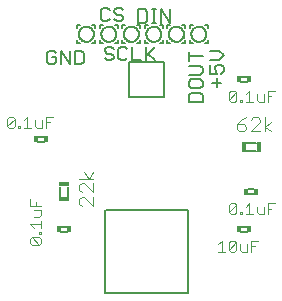
<source format=gto>
G75*
%MOIN*%
%OFA0B0*%
%FSLAX24Y24*%
%IPPOS*%
%LPD*%
%AMOC8*
5,1,8,0,0,1.08239X$1,22.5*
%
%ADD10C,0.0050*%
%ADD11C,0.0080*%
%ADD12C,0.0060*%
%ADD13R,0.0118X0.0236*%
%ADD14C,0.0030*%
%ADD15R,0.0160X0.0340*%
%ADD16C,0.0040*%
%ADD17R,0.0340X0.0160*%
%ADD18C,0.0000*%
D10*
X004302Y002052D02*
X004302Y004808D01*
X004341Y004808D02*
X007058Y004808D01*
X007058Y002052D01*
X004302Y002052D01*
X007105Y008413D02*
X007105Y008639D01*
X007180Y008714D01*
X007480Y008714D01*
X007555Y008639D01*
X007555Y008413D01*
X007105Y008413D01*
X007180Y008874D02*
X007105Y008949D01*
X007105Y009099D01*
X007180Y009174D01*
X007480Y009174D01*
X007555Y009099D01*
X007555Y008949D01*
X007480Y008874D01*
X007180Y008874D01*
X007105Y009334D02*
X007480Y009334D01*
X007555Y009409D01*
X007555Y009559D01*
X007480Y009634D01*
X007105Y009634D01*
X007105Y009795D02*
X007105Y010095D01*
X007105Y009945D02*
X007555Y009945D01*
X007805Y009826D02*
X008105Y009826D01*
X008255Y009976D01*
X008105Y010126D01*
X007805Y010126D01*
X007805Y009666D02*
X007805Y009365D01*
X008030Y009365D01*
X007955Y009516D01*
X007955Y009591D01*
X008030Y009666D01*
X008180Y009666D01*
X008255Y009591D01*
X008255Y009440D01*
X008180Y009365D01*
X008030Y009205D02*
X008030Y008905D01*
X007880Y009055D02*
X008180Y009055D01*
X006470Y011055D02*
X006470Y011505D01*
X006170Y011505D02*
X006470Y011055D01*
X006170Y011055D02*
X006170Y011505D01*
X006013Y011505D02*
X005863Y011505D01*
X005938Y011505D02*
X005938Y011055D01*
X005863Y011055D02*
X006013Y011055D01*
X005703Y011130D02*
X005703Y011430D01*
X005627Y011505D01*
X005402Y011505D01*
X005402Y011055D01*
X005627Y011055D01*
X005703Y011130D01*
X004916Y011180D02*
X004841Y011105D01*
X004690Y011105D01*
X004615Y011180D01*
X004455Y011180D02*
X004380Y011105D01*
X004230Y011105D01*
X004155Y011180D01*
X004155Y011480D01*
X004230Y011555D01*
X004380Y011555D01*
X004455Y011480D01*
X004615Y011480D02*
X004615Y011405D01*
X004690Y011330D01*
X004841Y011330D01*
X004916Y011255D01*
X004916Y011180D01*
X004916Y011480D02*
X004841Y011555D01*
X004690Y011555D01*
X004615Y011480D01*
X004514Y010255D02*
X004363Y010255D01*
X004288Y010180D01*
X004288Y010105D01*
X004363Y010030D01*
X004514Y010030D01*
X004589Y009955D01*
X004589Y009880D01*
X004514Y009805D01*
X004363Y009805D01*
X004288Y009880D01*
X004589Y010180D02*
X004514Y010255D01*
X004749Y010180D02*
X004749Y009880D01*
X004824Y009805D01*
X004974Y009805D01*
X005049Y009880D01*
X005089Y009771D02*
X006231Y009771D01*
X006271Y009771D02*
X006271Y008589D01*
X005089Y008589D01*
X005089Y009771D01*
X005209Y009805D02*
X005509Y009805D01*
X005670Y009805D02*
X005670Y010255D01*
X005745Y010030D02*
X005970Y009805D01*
X005670Y009955D02*
X005970Y010255D01*
X005209Y010255D02*
X005209Y009805D01*
X005049Y010180D02*
X004974Y010255D01*
X004824Y010255D01*
X004749Y010180D01*
X003595Y010055D02*
X003595Y009755D01*
X003520Y009680D01*
X003295Y009680D01*
X003295Y010130D01*
X003520Y010130D01*
X003595Y010055D01*
X003134Y010130D02*
X003134Y009680D01*
X002834Y010130D01*
X002834Y009680D01*
X002674Y009755D02*
X002674Y009905D01*
X002524Y009905D01*
X002674Y010055D02*
X002599Y010130D01*
X002449Y010130D01*
X002374Y010055D01*
X002374Y009755D01*
X002449Y009680D01*
X002599Y009680D01*
X002674Y009755D01*
D11*
X005089Y009771D02*
X006271Y009771D01*
X006271Y008589D02*
X005089Y008589D01*
D12*
X004980Y010380D02*
X004880Y010380D01*
X004880Y010480D01*
X004730Y010480D02*
X004730Y010380D01*
X004630Y010380D01*
X004180Y010680D02*
X004182Y010711D01*
X004188Y010742D01*
X004198Y010772D01*
X004211Y010800D01*
X004228Y010827D01*
X004248Y010851D01*
X004271Y010873D01*
X004296Y010891D01*
X004324Y010906D01*
X004353Y010918D01*
X004383Y010926D01*
X004414Y010930D01*
X004446Y010930D01*
X004477Y010926D01*
X004507Y010918D01*
X004536Y010906D01*
X004564Y010891D01*
X004589Y010873D01*
X004612Y010851D01*
X004632Y010827D01*
X004649Y010800D01*
X004662Y010772D01*
X004672Y010742D01*
X004678Y010711D01*
X004680Y010680D01*
X004678Y010649D01*
X004672Y010618D01*
X004662Y010588D01*
X004649Y010560D01*
X004632Y010533D01*
X004612Y010509D01*
X004589Y010487D01*
X004564Y010469D01*
X004536Y010454D01*
X004507Y010442D01*
X004477Y010434D01*
X004446Y010430D01*
X004414Y010430D01*
X004383Y010434D01*
X004353Y010442D01*
X004324Y010454D01*
X004296Y010469D01*
X004271Y010487D01*
X004248Y010509D01*
X004228Y010533D01*
X004211Y010560D01*
X004198Y010588D01*
X004188Y010618D01*
X004182Y010649D01*
X004180Y010680D01*
X004130Y010880D02*
X004130Y010980D01*
X004230Y010980D01*
X003980Y010980D02*
X003980Y010880D01*
X003980Y010980D02*
X003880Y010980D01*
X003430Y010680D02*
X003432Y010711D01*
X003438Y010742D01*
X003448Y010772D01*
X003461Y010800D01*
X003478Y010827D01*
X003498Y010851D01*
X003521Y010873D01*
X003546Y010891D01*
X003574Y010906D01*
X003603Y010918D01*
X003633Y010926D01*
X003664Y010930D01*
X003696Y010930D01*
X003727Y010926D01*
X003757Y010918D01*
X003786Y010906D01*
X003814Y010891D01*
X003839Y010873D01*
X003862Y010851D01*
X003882Y010827D01*
X003899Y010800D01*
X003912Y010772D01*
X003922Y010742D01*
X003928Y010711D01*
X003930Y010680D01*
X003928Y010649D01*
X003922Y010618D01*
X003912Y010588D01*
X003899Y010560D01*
X003882Y010533D01*
X003862Y010509D01*
X003839Y010487D01*
X003814Y010469D01*
X003786Y010454D01*
X003757Y010442D01*
X003727Y010434D01*
X003696Y010430D01*
X003664Y010430D01*
X003633Y010434D01*
X003603Y010442D01*
X003574Y010454D01*
X003546Y010469D01*
X003521Y010487D01*
X003498Y010509D01*
X003478Y010533D01*
X003461Y010560D01*
X003448Y010588D01*
X003438Y010618D01*
X003432Y010649D01*
X003430Y010680D01*
X003380Y010880D02*
X003380Y010980D01*
X003480Y010980D01*
X003380Y010480D02*
X003380Y010380D01*
X003480Y010380D01*
X003880Y010380D02*
X003980Y010380D01*
X003980Y010480D01*
X004130Y010480D02*
X004130Y010380D01*
X004230Y010380D01*
X004730Y010880D02*
X004730Y010980D01*
X004630Y010980D01*
X004880Y010980D02*
X004880Y010880D01*
X004880Y010980D02*
X004980Y010980D01*
X004930Y010680D02*
X004932Y010711D01*
X004938Y010742D01*
X004948Y010772D01*
X004961Y010800D01*
X004978Y010827D01*
X004998Y010851D01*
X005021Y010873D01*
X005046Y010891D01*
X005074Y010906D01*
X005103Y010918D01*
X005133Y010926D01*
X005164Y010930D01*
X005196Y010930D01*
X005227Y010926D01*
X005257Y010918D01*
X005286Y010906D01*
X005314Y010891D01*
X005339Y010873D01*
X005362Y010851D01*
X005382Y010827D01*
X005399Y010800D01*
X005412Y010772D01*
X005422Y010742D01*
X005428Y010711D01*
X005430Y010680D01*
X005428Y010649D01*
X005422Y010618D01*
X005412Y010588D01*
X005399Y010560D01*
X005382Y010533D01*
X005362Y010509D01*
X005339Y010487D01*
X005314Y010469D01*
X005286Y010454D01*
X005257Y010442D01*
X005227Y010434D01*
X005196Y010430D01*
X005164Y010430D01*
X005133Y010434D01*
X005103Y010442D01*
X005074Y010454D01*
X005046Y010469D01*
X005021Y010487D01*
X004998Y010509D01*
X004978Y010533D01*
X004961Y010560D01*
X004948Y010588D01*
X004938Y010618D01*
X004932Y010649D01*
X004930Y010680D01*
X005380Y010380D02*
X005480Y010380D01*
X005480Y010480D01*
X005630Y010480D02*
X005630Y010380D01*
X005730Y010380D01*
X005680Y010680D02*
X005682Y010711D01*
X005688Y010742D01*
X005698Y010772D01*
X005711Y010800D01*
X005728Y010827D01*
X005748Y010851D01*
X005771Y010873D01*
X005796Y010891D01*
X005824Y010906D01*
X005853Y010918D01*
X005883Y010926D01*
X005914Y010930D01*
X005946Y010930D01*
X005977Y010926D01*
X006007Y010918D01*
X006036Y010906D01*
X006064Y010891D01*
X006089Y010873D01*
X006112Y010851D01*
X006132Y010827D01*
X006149Y010800D01*
X006162Y010772D01*
X006172Y010742D01*
X006178Y010711D01*
X006180Y010680D01*
X006178Y010649D01*
X006172Y010618D01*
X006162Y010588D01*
X006149Y010560D01*
X006132Y010533D01*
X006112Y010509D01*
X006089Y010487D01*
X006064Y010469D01*
X006036Y010454D01*
X006007Y010442D01*
X005977Y010434D01*
X005946Y010430D01*
X005914Y010430D01*
X005883Y010434D01*
X005853Y010442D01*
X005824Y010454D01*
X005796Y010469D01*
X005771Y010487D01*
X005748Y010509D01*
X005728Y010533D01*
X005711Y010560D01*
X005698Y010588D01*
X005688Y010618D01*
X005682Y010649D01*
X005680Y010680D01*
X005630Y010880D02*
X005630Y010980D01*
X005730Y010980D01*
X005480Y010980D02*
X005480Y010880D01*
X005480Y010980D02*
X005380Y010980D01*
X006130Y010980D02*
X006230Y010980D01*
X006230Y010880D01*
X006380Y010880D02*
X006380Y010980D01*
X006480Y010980D01*
X006430Y010680D02*
X006432Y010711D01*
X006438Y010742D01*
X006448Y010772D01*
X006461Y010800D01*
X006478Y010827D01*
X006498Y010851D01*
X006521Y010873D01*
X006546Y010891D01*
X006574Y010906D01*
X006603Y010918D01*
X006633Y010926D01*
X006664Y010930D01*
X006696Y010930D01*
X006727Y010926D01*
X006757Y010918D01*
X006786Y010906D01*
X006814Y010891D01*
X006839Y010873D01*
X006862Y010851D01*
X006882Y010827D01*
X006899Y010800D01*
X006912Y010772D01*
X006922Y010742D01*
X006928Y010711D01*
X006930Y010680D01*
X006928Y010649D01*
X006922Y010618D01*
X006912Y010588D01*
X006899Y010560D01*
X006882Y010533D01*
X006862Y010509D01*
X006839Y010487D01*
X006814Y010469D01*
X006786Y010454D01*
X006757Y010442D01*
X006727Y010434D01*
X006696Y010430D01*
X006664Y010430D01*
X006633Y010434D01*
X006603Y010442D01*
X006574Y010454D01*
X006546Y010469D01*
X006521Y010487D01*
X006498Y010509D01*
X006478Y010533D01*
X006461Y010560D01*
X006448Y010588D01*
X006438Y010618D01*
X006432Y010649D01*
X006430Y010680D01*
X006380Y010480D02*
X006380Y010380D01*
X006480Y010380D01*
X006230Y010380D02*
X006130Y010380D01*
X006230Y010380D02*
X006230Y010480D01*
X006880Y010380D02*
X006980Y010380D01*
X006980Y010480D01*
X007130Y010480D02*
X007130Y010380D01*
X007230Y010380D01*
X007180Y010680D02*
X007182Y010711D01*
X007188Y010742D01*
X007198Y010772D01*
X007211Y010800D01*
X007228Y010827D01*
X007248Y010851D01*
X007271Y010873D01*
X007296Y010891D01*
X007324Y010906D01*
X007353Y010918D01*
X007383Y010926D01*
X007414Y010930D01*
X007446Y010930D01*
X007477Y010926D01*
X007507Y010918D01*
X007536Y010906D01*
X007564Y010891D01*
X007589Y010873D01*
X007612Y010851D01*
X007632Y010827D01*
X007649Y010800D01*
X007662Y010772D01*
X007672Y010742D01*
X007678Y010711D01*
X007680Y010680D01*
X007678Y010649D01*
X007672Y010618D01*
X007662Y010588D01*
X007649Y010560D01*
X007632Y010533D01*
X007612Y010509D01*
X007589Y010487D01*
X007564Y010469D01*
X007536Y010454D01*
X007507Y010442D01*
X007477Y010434D01*
X007446Y010430D01*
X007414Y010430D01*
X007383Y010434D01*
X007353Y010442D01*
X007324Y010454D01*
X007296Y010469D01*
X007271Y010487D01*
X007248Y010509D01*
X007228Y010533D01*
X007211Y010560D01*
X007198Y010588D01*
X007188Y010618D01*
X007182Y010649D01*
X007180Y010680D01*
X007130Y010880D02*
X007130Y010980D01*
X007230Y010980D01*
X006980Y010980D02*
X006980Y010880D01*
X006980Y010980D02*
X006880Y010980D01*
X007630Y010980D02*
X007730Y010980D01*
X007730Y010880D01*
X007730Y010480D02*
X007730Y010380D01*
X007630Y010380D01*
X008834Y009268D02*
X009026Y009268D01*
X009026Y009092D02*
X008834Y009092D01*
X009010Y007070D02*
X009350Y007070D01*
X009350Y006790D02*
X009010Y006790D01*
X009084Y005518D02*
X009276Y005518D01*
X009276Y005342D02*
X009084Y005342D01*
X009026Y004268D02*
X008834Y004268D01*
X008834Y004092D02*
X009026Y004092D01*
X003070Y005260D02*
X003070Y005600D01*
X002790Y005600D02*
X002790Y005260D01*
X002834Y004268D02*
X003026Y004268D01*
X003026Y004092D02*
X002834Y004092D01*
X002276Y007092D02*
X002084Y007092D01*
X002084Y007268D02*
X002276Y007268D01*
D13*
X002339Y007182D03*
X002019Y007182D03*
X002769Y004182D03*
X003089Y004182D03*
X008769Y004182D03*
X009089Y004182D03*
X009019Y005432D03*
X009339Y005432D03*
X009091Y009178D03*
X008771Y009178D03*
D14*
X001868Y003668D02*
X001806Y003729D01*
X001806Y003853D01*
X001868Y003914D01*
X002115Y003668D01*
X002176Y003729D01*
X002176Y003853D01*
X002115Y003914D01*
X001868Y003914D01*
X001868Y003668D02*
X002115Y003668D01*
X002115Y004036D02*
X002115Y004098D01*
X002176Y004098D01*
X002176Y004036D01*
X002115Y004036D01*
X002176Y004220D02*
X002176Y004467D01*
X002176Y004343D02*
X001806Y004343D01*
X001929Y004220D01*
X001929Y004588D02*
X002115Y004588D01*
X002176Y004650D01*
X002176Y004835D01*
X001929Y004835D01*
X001991Y004957D02*
X001991Y005080D01*
X001806Y004957D02*
X001806Y005203D01*
X001806Y004957D02*
X002176Y004957D01*
X002210Y007559D02*
X002025Y007559D01*
X001963Y007620D01*
X001963Y007806D01*
X002210Y007806D02*
X002210Y007559D01*
X002332Y007559D02*
X002332Y007929D01*
X002578Y007929D01*
X002455Y007744D02*
X002332Y007744D01*
X001842Y007559D02*
X001595Y007559D01*
X001718Y007559D02*
X001718Y007929D01*
X001595Y007806D01*
X001473Y007620D02*
X001473Y007559D01*
X001411Y007559D01*
X001411Y007620D01*
X001473Y007620D01*
X001289Y007620D02*
X001228Y007559D01*
X001104Y007559D01*
X001043Y007620D01*
X001289Y007867D01*
X001289Y007620D01*
X001043Y007620D02*
X001043Y007867D01*
X001104Y007929D01*
X001228Y007929D01*
X001289Y007867D01*
X008065Y003678D02*
X008189Y003802D01*
X008189Y003431D01*
X008312Y003431D02*
X008065Y003431D01*
X008433Y003493D02*
X008495Y003431D01*
X008619Y003431D01*
X008680Y003493D01*
X008680Y003740D01*
X008433Y003493D01*
X008433Y003740D01*
X008495Y003802D01*
X008619Y003802D01*
X008680Y003740D01*
X008802Y003678D02*
X008802Y003493D01*
X008863Y003431D01*
X009049Y003431D01*
X009049Y003678D01*
X009170Y003616D02*
X009293Y003616D01*
X009170Y003431D02*
X009170Y003802D01*
X009417Y003802D01*
X009423Y004681D02*
X009608Y004681D01*
X009608Y004928D01*
X009729Y004866D02*
X009853Y004866D01*
X009729Y004681D02*
X009729Y005052D01*
X009976Y005052D01*
X009361Y004928D02*
X009361Y004743D01*
X009423Y004681D01*
X009239Y004681D02*
X008993Y004681D01*
X008870Y004681D02*
X008808Y004681D01*
X008808Y004743D01*
X008870Y004743D01*
X008870Y004681D01*
X008687Y004743D02*
X008687Y004990D01*
X008440Y004743D01*
X008502Y004681D01*
X008625Y004681D01*
X008687Y004743D01*
X008687Y004990D02*
X008625Y005052D01*
X008502Y005052D01*
X008440Y004990D01*
X008440Y004743D01*
X008993Y004928D02*
X009116Y005052D01*
X009116Y004681D01*
X009116Y008431D02*
X009116Y008802D01*
X008993Y008678D01*
X008870Y008493D02*
X008870Y008431D01*
X008808Y008431D01*
X008808Y008493D01*
X008870Y008493D01*
X008993Y008431D02*
X009239Y008431D01*
X009361Y008493D02*
X009423Y008431D01*
X009608Y008431D01*
X009608Y008678D01*
X009729Y008616D02*
X009853Y008616D01*
X009729Y008431D02*
X009729Y008802D01*
X009976Y008802D01*
X009361Y008678D02*
X009361Y008493D01*
X008687Y008493D02*
X008625Y008431D01*
X008502Y008431D01*
X008440Y008493D01*
X008687Y008740D01*
X008687Y008493D01*
X008687Y008740D02*
X008625Y008802D01*
X008502Y008802D01*
X008440Y008740D01*
X008440Y008493D01*
D15*
X008930Y006930D03*
X009430Y006930D03*
D16*
X009467Y007450D02*
X009160Y007450D01*
X009467Y007757D01*
X009467Y007834D01*
X009391Y007910D01*
X009237Y007910D01*
X009160Y007834D01*
X009007Y007910D02*
X008853Y007834D01*
X008700Y007680D01*
X008930Y007680D01*
X009007Y007603D01*
X009007Y007527D01*
X008930Y007450D01*
X008777Y007450D01*
X008700Y007527D01*
X008700Y007680D01*
X009621Y007603D02*
X009851Y007757D01*
X009621Y007910D02*
X009621Y007450D01*
X009621Y007603D02*
X009851Y007450D01*
X003910Y006101D02*
X003757Y005871D01*
X003603Y006101D01*
X003450Y005871D02*
X003910Y005871D01*
X003910Y005717D02*
X003910Y005410D01*
X003603Y005717D01*
X003526Y005717D01*
X003450Y005641D01*
X003450Y005487D01*
X003526Y005410D01*
X003526Y005257D02*
X003450Y005180D01*
X003450Y005027D01*
X003526Y004950D01*
X003526Y005257D02*
X003603Y005257D01*
X003910Y004950D01*
X003910Y005257D01*
D17*
X002930Y005180D03*
X002930Y005680D03*
D18*
X005060Y010434D02*
X005064Y010437D01*
X005067Y010434D01*
X005067Y010444D01*
X005070Y010444D02*
X005073Y010444D01*
X005071Y010444D02*
X005071Y010434D01*
X005070Y010434D02*
X005073Y010434D01*
X005076Y010434D02*
X005076Y010444D01*
X005081Y010444D01*
X005082Y010442D01*
X005082Y010439D01*
X005081Y010437D01*
X005076Y010437D01*
X005079Y010437D02*
X005082Y010434D01*
X005085Y010434D02*
X005092Y010434D01*
X005094Y010434D02*
X005094Y010444D01*
X005099Y010444D01*
X005101Y010442D01*
X005101Y010439D01*
X005099Y010437D01*
X005094Y010437D01*
X005088Y010439D02*
X005085Y010439D01*
X005085Y010444D02*
X005085Y010434D01*
X005085Y010444D02*
X005092Y010444D01*
X005103Y010440D02*
X005107Y010444D01*
X005110Y010440D01*
X005110Y010434D01*
X005112Y010434D02*
X005117Y010434D01*
X005119Y010435D01*
X005119Y010442D01*
X005117Y010444D01*
X005112Y010444D01*
X005112Y010434D01*
X005110Y010439D02*
X005103Y010439D01*
X005103Y010440D02*
X005103Y010434D01*
X005122Y010434D02*
X005128Y010434D01*
X005125Y010434D02*
X005125Y010444D01*
X005122Y010440D01*
X005133Y010435D02*
X005133Y010434D01*
X005134Y010434D01*
X005134Y010435D01*
X005133Y010435D01*
X005134Y010434D02*
X005131Y010430D01*
X005137Y010435D02*
X005139Y010434D01*
X005142Y010434D01*
X005144Y010435D01*
X005144Y010437D01*
X005142Y010439D01*
X005137Y010439D01*
X005137Y010435D01*
X005137Y010439D02*
X005140Y010442D01*
X005144Y010444D01*
X005153Y010444D02*
X005146Y010434D01*
X005155Y010435D02*
X005162Y010442D01*
X005162Y010435D01*
X005160Y010434D01*
X005157Y010434D01*
X005155Y010435D01*
X005155Y010442D01*
X005157Y010444D01*
X005160Y010444D01*
X005162Y010442D01*
X005166Y010435D02*
X005166Y010434D01*
X005168Y010434D01*
X005168Y010435D01*
X005166Y010435D01*
X005168Y010434D02*
X005165Y010430D01*
X005171Y010435D02*
X005171Y010437D01*
X005172Y010439D01*
X005176Y010439D01*
X005177Y010437D01*
X005177Y010435D01*
X005176Y010434D01*
X005172Y010434D01*
X005171Y010435D01*
X005172Y010439D02*
X005171Y010440D01*
X005171Y010442D01*
X005172Y010444D01*
X005176Y010444D01*
X005177Y010442D01*
X005177Y010440D01*
X005176Y010439D01*
X005060Y010444D02*
X005060Y010434D01*
X004547Y010918D02*
X004545Y010916D01*
X004542Y010916D01*
X004540Y010918D01*
X004540Y010920D01*
X004542Y010921D01*
X004545Y010921D01*
X004547Y010920D01*
X004547Y010918D01*
X004545Y010921D02*
X004547Y010923D01*
X004547Y010925D01*
X004545Y010926D01*
X004542Y010926D01*
X004540Y010925D01*
X004540Y010923D01*
X004542Y010921D01*
X004538Y010918D02*
X004536Y010918D01*
X004536Y010916D01*
X004538Y010916D01*
X004538Y010918D01*
X004538Y010916D02*
X004534Y010913D01*
X004530Y010916D02*
X004527Y010916D01*
X004525Y010918D01*
X004532Y010925D01*
X004532Y010918D01*
X004530Y010916D01*
X004525Y010918D02*
X004525Y010925D01*
X004527Y010926D01*
X004530Y010926D01*
X004532Y010925D01*
X004523Y010926D02*
X004516Y010916D01*
X004513Y010918D02*
X004513Y010920D01*
X004512Y010921D01*
X004507Y010921D01*
X004507Y010918D01*
X004508Y010916D01*
X004512Y010916D01*
X004513Y010918D01*
X004507Y010921D02*
X004510Y010925D01*
X004513Y010926D01*
X004504Y010918D02*
X004502Y010918D01*
X004502Y010916D01*
X004504Y010916D01*
X004504Y010918D01*
X004504Y010916D02*
X004501Y010913D01*
X004498Y010916D02*
X004491Y010916D01*
X004489Y010918D02*
X004489Y010925D01*
X004487Y010926D01*
X004482Y010926D01*
X004482Y010916D01*
X004487Y010916D01*
X004489Y010918D01*
X004491Y010923D02*
X004495Y010926D01*
X004495Y010916D01*
X004480Y010916D02*
X004480Y010923D01*
X004476Y010926D01*
X004473Y010923D01*
X004473Y010916D01*
X004473Y010921D02*
X004480Y010921D01*
X004470Y010921D02*
X004469Y010920D01*
X004464Y010920D01*
X004464Y010916D02*
X004464Y010926D01*
X004469Y010926D01*
X004470Y010925D01*
X004470Y010921D01*
X004461Y010916D02*
X004455Y010916D01*
X004455Y010926D01*
X004461Y010926D01*
X004458Y010921D02*
X004455Y010921D01*
X004452Y010921D02*
X004450Y010920D01*
X004445Y010920D01*
X004449Y010920D02*
X004452Y010916D01*
X004452Y010921D02*
X004452Y010925D01*
X004450Y010926D01*
X004445Y010926D01*
X004445Y010916D01*
X004443Y010916D02*
X004439Y010916D01*
X004441Y010916D02*
X004441Y010926D01*
X004439Y010926D02*
X004443Y010926D01*
X004437Y010926D02*
X004437Y010916D01*
X004433Y010920D01*
X004430Y010916D01*
X004430Y010926D01*
X003797Y010925D02*
X003797Y010923D01*
X003795Y010921D01*
X003792Y010921D01*
X003790Y010923D01*
X003790Y010925D01*
X003792Y010926D01*
X003795Y010926D01*
X003797Y010925D01*
X003795Y010921D02*
X003797Y010920D01*
X003797Y010918D01*
X003795Y010916D01*
X003792Y010916D01*
X003790Y010918D01*
X003790Y010920D01*
X003792Y010921D01*
X003788Y010918D02*
X003786Y010918D01*
X003786Y010916D01*
X003788Y010916D01*
X003788Y010918D01*
X003788Y010916D02*
X003784Y010913D01*
X003780Y010916D02*
X003777Y010916D01*
X003775Y010918D01*
X003782Y010925D01*
X003782Y010918D01*
X003780Y010916D01*
X003775Y010918D02*
X003775Y010925D01*
X003777Y010926D01*
X003780Y010926D01*
X003782Y010925D01*
X003773Y010926D02*
X003766Y010916D01*
X003763Y010918D02*
X003763Y010920D01*
X003762Y010921D01*
X003757Y010921D01*
X003757Y010918D01*
X003758Y010916D01*
X003762Y010916D01*
X003763Y010918D01*
X003757Y010921D02*
X003760Y010925D01*
X003763Y010926D01*
X003754Y010918D02*
X003752Y010918D01*
X003752Y010916D01*
X003754Y010916D01*
X003754Y010918D01*
X003754Y010916D02*
X003751Y010913D01*
X003748Y010916D02*
X003741Y010916D01*
X003739Y010918D02*
X003739Y010925D01*
X003737Y010926D01*
X003732Y010926D01*
X003732Y010916D01*
X003737Y010916D01*
X003739Y010918D01*
X003741Y010923D02*
X003745Y010926D01*
X003745Y010916D01*
X003730Y010916D02*
X003730Y010923D01*
X003726Y010926D01*
X003723Y010923D01*
X003723Y010916D01*
X003723Y010921D02*
X003730Y010921D01*
X003720Y010921D02*
X003719Y010920D01*
X003714Y010920D01*
X003714Y010916D02*
X003714Y010926D01*
X003719Y010926D01*
X003720Y010925D01*
X003720Y010921D01*
X003711Y010916D02*
X003705Y010916D01*
X003705Y010926D01*
X003711Y010926D01*
X003708Y010921D02*
X003705Y010921D01*
X003702Y010921D02*
X003700Y010920D01*
X003695Y010920D01*
X003699Y010920D02*
X003702Y010916D01*
X003702Y010921D02*
X003702Y010925D01*
X003700Y010926D01*
X003695Y010926D01*
X003695Y010916D01*
X003693Y010916D02*
X003689Y010916D01*
X003691Y010916D02*
X003691Y010926D01*
X003689Y010926D02*
X003693Y010926D01*
X003687Y010926D02*
X003687Y010916D01*
X003683Y010920D01*
X003680Y010916D01*
X003680Y010926D01*
X005930Y010926D02*
X005930Y010916D01*
X005933Y010920D01*
X005937Y010916D01*
X005937Y010926D01*
X005939Y010926D02*
X005943Y010926D01*
X005941Y010926D02*
X005941Y010916D01*
X005939Y010916D02*
X005943Y010916D01*
X005945Y010916D02*
X005945Y010926D01*
X005950Y010926D01*
X005952Y010925D01*
X005952Y010921D01*
X005950Y010920D01*
X005945Y010920D01*
X005949Y010920D02*
X005952Y010916D01*
X005955Y010916D02*
X005961Y010916D01*
X005964Y010916D02*
X005964Y010926D01*
X005969Y010926D01*
X005970Y010925D01*
X005970Y010921D01*
X005969Y010920D01*
X005964Y010920D01*
X005958Y010921D02*
X005955Y010921D01*
X005955Y010926D02*
X005955Y010916D01*
X005955Y010926D02*
X005961Y010926D01*
X005973Y010923D02*
X005976Y010926D01*
X005980Y010923D01*
X005980Y010916D01*
X005982Y010916D02*
X005987Y010916D01*
X005989Y010918D01*
X005989Y010925D01*
X005987Y010926D01*
X005982Y010926D01*
X005982Y010916D01*
X005980Y010921D02*
X005973Y010921D01*
X005973Y010923D02*
X005973Y010916D01*
X005991Y010916D02*
X005998Y010916D01*
X005995Y010916D02*
X005995Y010926D01*
X005991Y010923D01*
X006002Y010918D02*
X006002Y010916D01*
X006004Y010916D01*
X006004Y010918D01*
X006002Y010918D01*
X006004Y010916D02*
X006001Y010913D01*
X006007Y010918D02*
X006008Y010916D01*
X006012Y010916D01*
X006013Y010918D01*
X006013Y010920D01*
X006012Y010921D01*
X006007Y010921D01*
X006007Y010918D01*
X006007Y010921D02*
X006010Y010925D01*
X006013Y010926D01*
X006016Y010916D02*
X006023Y010926D01*
X006025Y010925D02*
X006027Y010926D01*
X006030Y010926D01*
X006032Y010925D01*
X006025Y010918D01*
X006027Y010916D01*
X006030Y010916D01*
X006032Y010918D01*
X006032Y010925D01*
X006025Y010925D02*
X006025Y010918D01*
X006034Y010913D02*
X006038Y010916D01*
X006036Y010916D01*
X006036Y010918D01*
X006038Y010918D01*
X006038Y010916D01*
X006040Y010918D02*
X006040Y010920D01*
X006042Y010921D01*
X006045Y010921D01*
X006047Y010920D01*
X006047Y010918D01*
X006045Y010916D01*
X006042Y010916D01*
X006040Y010918D01*
X006042Y010921D02*
X006040Y010923D01*
X006040Y010925D01*
X006042Y010926D01*
X006045Y010926D01*
X006047Y010925D01*
X006047Y010923D01*
X006045Y010921D01*
X006916Y010676D02*
X006916Y010672D01*
X006918Y010671D01*
X006920Y010671D01*
X006921Y010672D01*
X006921Y010676D01*
X006923Y010677D01*
X006925Y010677D01*
X006926Y010676D01*
X006926Y010672D01*
X006925Y010671D01*
X006923Y010671D01*
X006921Y010672D01*
X006921Y010676D02*
X006920Y010677D01*
X006918Y010677D01*
X006916Y010676D01*
X006925Y010668D02*
X006925Y010666D01*
X006926Y010666D01*
X006926Y010668D01*
X006925Y010668D01*
X006926Y010668D02*
X006930Y010665D01*
X006926Y010660D02*
X006926Y010657D01*
X006925Y010655D01*
X006918Y010662D01*
X006925Y010662D01*
X006926Y010660D01*
X006925Y010655D02*
X006918Y010655D01*
X006916Y010657D01*
X006916Y010660D01*
X006918Y010662D01*
X006916Y010653D02*
X006926Y010646D01*
X006925Y010644D02*
X006923Y010644D01*
X006921Y010642D01*
X006921Y010637D01*
X006925Y010637D01*
X006926Y010639D01*
X006926Y010642D01*
X006925Y010644D01*
X006918Y010640D02*
X006921Y010637D01*
X006925Y010634D02*
X006925Y010633D01*
X006926Y010633D01*
X006926Y010634D01*
X006925Y010634D01*
X006926Y010634D02*
X006930Y010631D01*
X006926Y010628D02*
X006926Y010622D01*
X006926Y010625D02*
X006916Y010625D01*
X006920Y010622D01*
X006918Y010619D02*
X006916Y010617D01*
X006916Y010612D01*
X006926Y010612D01*
X006926Y010617D01*
X006925Y010619D01*
X006918Y010619D01*
X006920Y010610D02*
X006926Y010610D01*
X006921Y010610D02*
X006921Y010603D01*
X006920Y010603D02*
X006916Y010607D01*
X006920Y010610D01*
X006920Y010603D02*
X006926Y010603D01*
X006923Y010599D02*
X006923Y010594D01*
X006926Y010594D02*
X006916Y010594D01*
X006916Y010599D01*
X006918Y010601D01*
X006921Y010601D01*
X006923Y010599D01*
X006926Y010592D02*
X006926Y010585D01*
X006916Y010585D01*
X006916Y010592D01*
X006921Y010588D02*
X006921Y010585D01*
X006921Y010582D02*
X006923Y010581D01*
X006923Y010576D01*
X006923Y010579D02*
X006926Y010582D01*
X006921Y010582D02*
X006918Y010582D01*
X006916Y010581D01*
X006916Y010576D01*
X006926Y010576D01*
X006926Y010573D02*
X006926Y010570D01*
X006926Y010571D02*
X006916Y010571D01*
X006916Y010570D02*
X006916Y010573D01*
X006916Y010567D02*
X006926Y010567D01*
X006923Y010564D01*
X006926Y010560D01*
X006916Y010560D01*
X006918Y010640D02*
X006916Y010644D01*
X007430Y010916D02*
X007433Y010920D01*
X007437Y010916D01*
X007437Y010926D01*
X007439Y010926D02*
X007443Y010926D01*
X007441Y010926D02*
X007441Y010916D01*
X007439Y010916D02*
X007443Y010916D01*
X007445Y010916D02*
X007445Y010926D01*
X007450Y010926D01*
X007452Y010925D01*
X007452Y010921D01*
X007450Y010920D01*
X007445Y010920D01*
X007449Y010920D02*
X007452Y010916D01*
X007455Y010916D02*
X007461Y010916D01*
X007464Y010916D02*
X007464Y010926D01*
X007469Y010926D01*
X007470Y010925D01*
X007470Y010921D01*
X007469Y010920D01*
X007464Y010920D01*
X007458Y010921D02*
X007455Y010921D01*
X007455Y010926D02*
X007455Y010916D01*
X007455Y010926D02*
X007461Y010926D01*
X007473Y010923D02*
X007476Y010926D01*
X007480Y010923D01*
X007480Y010916D01*
X007482Y010916D02*
X007487Y010916D01*
X007489Y010918D01*
X007489Y010925D01*
X007487Y010926D01*
X007482Y010926D01*
X007482Y010916D01*
X007480Y010921D02*
X007473Y010921D01*
X007473Y010923D02*
X007473Y010916D01*
X007491Y010916D02*
X007498Y010916D01*
X007495Y010916D02*
X007495Y010926D01*
X007491Y010923D01*
X007502Y010918D02*
X007502Y010916D01*
X007504Y010916D01*
X007504Y010918D01*
X007502Y010918D01*
X007504Y010916D02*
X007501Y010913D01*
X007507Y010918D02*
X007508Y010916D01*
X007512Y010916D01*
X007513Y010918D01*
X007513Y010920D01*
X007512Y010921D01*
X007507Y010921D01*
X007507Y010918D01*
X007507Y010921D02*
X007510Y010925D01*
X007513Y010926D01*
X007516Y010916D02*
X007523Y010926D01*
X007525Y010925D02*
X007527Y010926D01*
X007530Y010926D01*
X007532Y010925D01*
X007525Y010918D01*
X007527Y010916D01*
X007530Y010916D01*
X007532Y010918D01*
X007532Y010925D01*
X007525Y010925D02*
X007525Y010918D01*
X007534Y010913D02*
X007538Y010916D01*
X007536Y010916D01*
X007536Y010918D01*
X007538Y010918D01*
X007538Y010916D01*
X007540Y010918D02*
X007540Y010920D01*
X007542Y010921D01*
X007545Y010921D01*
X007547Y010920D01*
X007547Y010918D01*
X007545Y010916D01*
X007542Y010916D01*
X007540Y010918D01*
X007542Y010921D02*
X007540Y010923D01*
X007540Y010925D01*
X007542Y010926D01*
X007545Y010926D01*
X007547Y010925D01*
X007547Y010923D01*
X007545Y010921D01*
X007430Y010926D02*
X007430Y010916D01*
M02*

</source>
